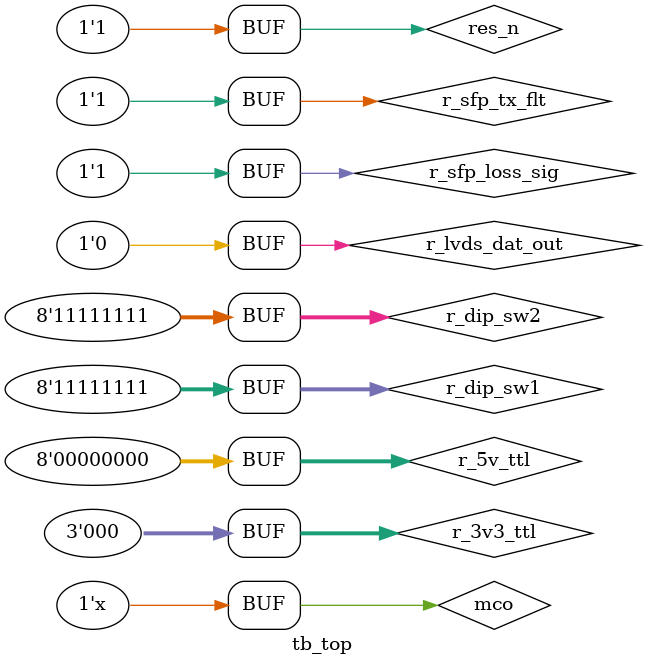
<source format=v>
/*============================================================================*/
/*
 * @file    tb_top.v
 * @brief   Test bench top module
 * @note    
 * @date    2020/11/18
 * @author  kingyo
 */
/*============================================================================*/
`timescale 1ns / 100ps

module tb_top ();
    parameter MCO_HZ = 40000000;    // 40MHz

    reg             mco = 1'b0;
    reg             res_n;
    reg     [7:0]   r_5v_ttl;
    wire    [7:0]   w_5v_ttl;
    reg     [2:0]   r_3v3_ttl;
    wire    [2:0]   w_3v3_ttl;
    reg     [7:0]   r_dip_sw1;
    reg     [7:0]   r_dip_sw2;
    wire    [1:0]   w_led_tx;
    wire    [1:0]   w_led_rx;
    reg             r_sfp_loss_sig;
    wire            w_sfp_rate_sel;
    wire            w_sfp_tx_dis_n;
    reg             r_sfp_tx_flt;
    wire    [2:0]   w_sfp_mod_def;
    reg             r_lvds_dat_out;
    wire            w_lvds_dat_in;
    wire            w_lvds_drv_en;
    wire            w_lvds_rcv_en_n;
    wire            w_tp1;
    wire            w_tp2;


    //==================================================================
    // Clock
    //==================================================================
    always #(500000000 / MCO_HZ) mco <= ~mco;

    //==================================================================
    // Reset
    //==================================================================
    initial begin
        res_n = 1'b0;
        #1000;
        res_n = 1'b1;
    end

    //==================================================================
    // 5V-TTL Signal Setting
    //==================================================================
    initial begin
        // All Low
        r_5v_ttl <= 8'b00000000;
    end

    //==================================================================
    // 3.3V-TTL GPIO Signal Setting
    //==================================================================
    initial begin
        // All Low
        r_3v3_ttl <= 3'b000;
    end

    //==================================================================
    // DIP SW Setting
    //==================================================================
    initial begin
        // All OFF position
        r_dip_sw1 <= 8'b11111111;
        r_dip_sw2 <= 8'b11111111;
    end

    //==================================================================
    // SFP Module Setting
    //==================================================================
    initial begin
        r_sfp_loss_sig <= 1'b1;
        r_sfp_tx_flt <= 1'b1;
    end

    //==================================================================
    // LVDS I/F IC Setting
    //==================================================================
    initial begin
        r_lvds_dat_out <= 1'b0;
    end


    //==================================================================
    // DUT
    //==================================================================
    drsstc_sfp_transceiver_top dut (
        /* Master Clock and Reset */
        .CLK_40M ( {mco, mco} ),
        .RST_N ( {res_n, res_n} ),

        /* 5V-TTL GPIO */
        .IN ( r_5v_ttl[7:0] ),
        .OUT ( w_5v_ttl[7:0] ),
        
        /* 3.3V-TTL GPIO */
        .LV_IN ( r_3v3_ttl[2:0] ),
        .LV_OUT ( w_3v3_ttl[2:0] ),
        
        /* Onboard DIP-SW */
        .DIP_SW1 ( r_dip_sw1[7:0] ),
        .DIP_SW2 ( r_dip_sw2[7:0] ),
        
        /* TX and RX LED */
        .LED_TX ( w_led_tx[1:0] ),
        .LED_RX ( w_led_rx[1:0] ),

        /* SFP Module */
        .SFP_LOSS_SIG ( r_sfp_loss_sig ),
        .SFP_RATE_SEL ( w_sfp_rate_sel ),
        .SFP_TX_DIS_N ( w_sfp_tx_dis_n ),
        .SFP_TX_FLT ( r_sfp_tx_flt ),
        
        /* SFP MOD_DEF */
        .SFP_MOD_DEF ( w_sfp_mod_def[2:0] ),
        
        /* LVDS I/F IC */
        .LVDS_DAT_OUT ( r_lvds_dat_out ),
        .LVDS_DAT_IN ( w_lvds_dat_in ),
        .LVDS_DRV_EN ( w_lvds_drv_en ),
        .LVDS_RCV_EN_N ( w_lvds_rcv_en_n ),

        /* Debug */
        .TP1 ( w_tp1 ),
        .TP2 ( w_tp2 )
    );

endmodule

</source>
